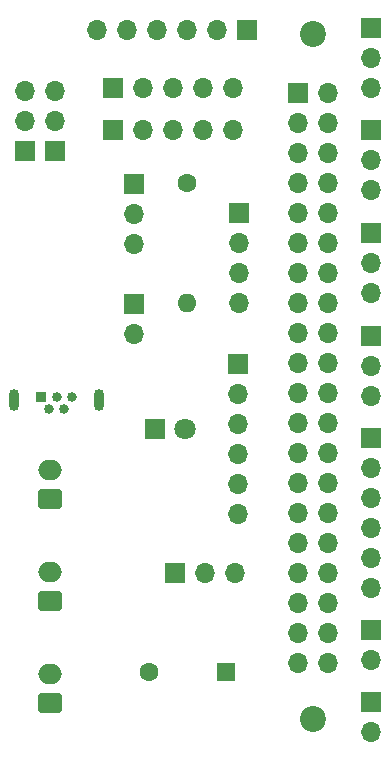
<source format=gts>
G04 #@! TF.GenerationSoftware,KiCad,Pcbnew,8.0.8*
G04 #@! TF.CreationDate,2025-05-07T21:48:01+01:00*
G04 #@! TF.ProjectId,RPi-flex_PCB02,5250692d-666c-4657-985f-50434230322e,rev?*
G04 #@! TF.SameCoordinates,Original*
G04 #@! TF.FileFunction,Soldermask,Top*
G04 #@! TF.FilePolarity,Negative*
%FSLAX46Y46*%
G04 Gerber Fmt 4.6, Leading zero omitted, Abs format (unit mm)*
G04 Created by KiCad (PCBNEW 8.0.8) date 2025-05-07 21:48:01*
%MOMM*%
%LPD*%
G01*
G04 APERTURE LIST*
G04 Aperture macros list*
%AMRoundRect*
0 Rectangle with rounded corners*
0 $1 Rounding radius*
0 $2 $3 $4 $5 $6 $7 $8 $9 X,Y pos of 4 corners*
0 Add a 4 corners polygon primitive as box body*
4,1,4,$2,$3,$4,$5,$6,$7,$8,$9,$2,$3,0*
0 Add four circle primitives for the rounded corners*
1,1,$1+$1,$2,$3*
1,1,$1+$1,$4,$5*
1,1,$1+$1,$6,$7*
1,1,$1+$1,$8,$9*
0 Add four rect primitives between the rounded corners*
20,1,$1+$1,$2,$3,$4,$5,0*
20,1,$1+$1,$4,$5,$6,$7,0*
20,1,$1+$1,$6,$7,$8,$9,0*
20,1,$1+$1,$8,$9,$2,$3,0*%
G04 Aperture macros list end*
%ADD10R,1.600000X1.600000*%
%ADD11C,1.600000*%
%ADD12R,1.700000X1.700000*%
%ADD13O,1.700000X1.700000*%
%ADD14RoundRect,0.250000X0.750000X-0.600000X0.750000X0.600000X-0.750000X0.600000X-0.750000X-0.600000X0*%
%ADD15O,2.000000X1.700000*%
%ADD16O,1.600000X1.600000*%
%ADD17R,0.840000X0.840000*%
%ADD18C,0.840000*%
%ADD19O,0.850000X1.850000*%
%ADD20C,2.200000*%
%ADD21R,1.800000X1.800000*%
%ADD22C,1.800000*%
G04 APERTURE END LIST*
D10*
X128270000Y-124460000D03*
D11*
X121770000Y-124460000D03*
D12*
X118745000Y-75057000D03*
D13*
X121285000Y-75057000D03*
X123825000Y-75057000D03*
X126365000Y-75057000D03*
X128905000Y-75057000D03*
D12*
X118745000Y-78613000D03*
D13*
X121285000Y-78613000D03*
X123825000Y-78613000D03*
X126365000Y-78613000D03*
X128905000Y-78613000D03*
D12*
X111252000Y-80391000D03*
D13*
X111252000Y-77851000D03*
X111252000Y-75311000D03*
D12*
X113792000Y-80391000D03*
D13*
X113792000Y-77851000D03*
X113792000Y-75311000D03*
D12*
X130048000Y-70104000D03*
D13*
X127508000Y-70104000D03*
X124968000Y-70104000D03*
X122428000Y-70104000D03*
X119888000Y-70104000D03*
X117348000Y-70104000D03*
D12*
X120523000Y-83185000D03*
D13*
X120523000Y-85725000D03*
X120523000Y-88265000D03*
D14*
X113411000Y-109855000D03*
D15*
X113411000Y-107355000D03*
D14*
X113411000Y-118491000D03*
D15*
X113411000Y-115991000D03*
D14*
X113411000Y-127127000D03*
D15*
X113411000Y-124627000D03*
D11*
X124968000Y-83058000D03*
D16*
X124968000Y-93218000D03*
D12*
X129413000Y-85598000D03*
D13*
X129413000Y-88138000D03*
X129413000Y-90678000D03*
X129413000Y-93218000D03*
D17*
X112649000Y-101219000D03*
D18*
X113299000Y-102219000D03*
X113949000Y-101219000D03*
X114599000Y-102219000D03*
X115249000Y-101219000D03*
D19*
X110374000Y-101439000D03*
X117524000Y-101439000D03*
D20*
X135636000Y-70485000D03*
X135636000Y-128485000D03*
D12*
X120523000Y-93345000D03*
D13*
X120523000Y-95885000D03*
D12*
X140589000Y-104648000D03*
D13*
X140589000Y-107188000D03*
X140589000Y-109728000D03*
X140589000Y-112268000D03*
X140589000Y-114808000D03*
X140589000Y-117348000D03*
D12*
X140589000Y-69977000D03*
D13*
X140589000Y-72517000D03*
X140589000Y-75057000D03*
D12*
X140589000Y-78613000D03*
D13*
X140589000Y-81153000D03*
X140589000Y-83693000D03*
D12*
X140589000Y-127000000D03*
D13*
X140589000Y-129540000D03*
D12*
X140589000Y-87300000D03*
D13*
X140589000Y-89840000D03*
X140589000Y-92380000D03*
D12*
X140589000Y-120904000D03*
D13*
X140589000Y-123444000D03*
D12*
X140589000Y-96012000D03*
D13*
X140589000Y-98552000D03*
X140589000Y-101092000D03*
D12*
X123952000Y-116078000D03*
D13*
X126492000Y-116078000D03*
X129032000Y-116078000D03*
D21*
X122301000Y-103886000D03*
D22*
X124841000Y-103886000D03*
D12*
X129286000Y-98425000D03*
D13*
X129286000Y-100965000D03*
X129286000Y-103505000D03*
X129286000Y-106045000D03*
X129286000Y-108585000D03*
X129286000Y-111125000D03*
D12*
X134366000Y-75438000D03*
D13*
X136906000Y-75438000D03*
X134366000Y-77978000D03*
X136906000Y-77978000D03*
X134366000Y-80518000D03*
X136906000Y-80518000D03*
X134366000Y-83058000D03*
X136906000Y-83058000D03*
X134366000Y-85598000D03*
X136906000Y-85598000D03*
X134366000Y-88138000D03*
X136906000Y-88138000D03*
X134366000Y-90678000D03*
X136906000Y-90678000D03*
X134366000Y-93218000D03*
X136906000Y-93218000D03*
X134366000Y-95758000D03*
X136906000Y-95758000D03*
X134366000Y-98298000D03*
X136906000Y-98298000D03*
X134366000Y-100838000D03*
X136906000Y-100838000D03*
X134366000Y-103378000D03*
X136906000Y-103378000D03*
X134366000Y-105918000D03*
X136906000Y-105918000D03*
X134366000Y-108458000D03*
X136906000Y-108458000D03*
X134366000Y-110998000D03*
X136906000Y-110998000D03*
X134366000Y-113538000D03*
X136906000Y-113538000D03*
X134366000Y-116078000D03*
X136906000Y-116078000D03*
X134366000Y-118618000D03*
X136906000Y-118618000D03*
X134366000Y-121158000D03*
X136906000Y-121158000D03*
X134366000Y-123698000D03*
X136906000Y-123698000D03*
M02*

</source>
